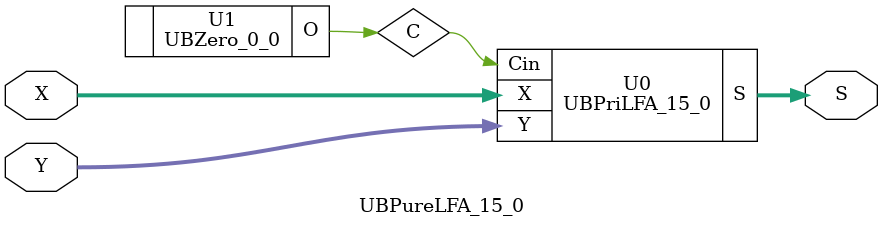
<source format=v>
/*----------------------------------------------------------------------------
  Copyright (c) 2021 Homma laboratory. All rights reserved.

  Top module: UBLFA_15_0_15_0

  Operand-1 length: 16
  Operand-2 length: 16
  Two-operand addition algorithm: Ladner-Fischer adder
----------------------------------------------------------------------------*/

module GPGenerator(Go, Po, A, B);
  output Go;
  output Po;
  input A;
  input B;
  assign Go = A & B;
  assign Po = A ^ B;
endmodule

module CarryOperator(Go, Po, Gi1, Pi1, Gi2, Pi2);
  output Go;
  output Po;
  input Gi1;
  input Gi2;
  input Pi1;
  input Pi2;
  assign Go = Gi1 | ( Gi2 & Pi1 );
  assign Po = Pi1 & Pi2;
endmodule

module UBPriLFA_15_0(S, X, Y, Cin);
  output [16:0] S;
  input Cin;
  input [15:0] X;
  input [15:0] Y;
  wire [15:0] G0;
  wire [15:0] G1;
  wire [15:0] G2;
  wire [15:0] G3;
  wire [15:0] G4;
  wire [15:0] P0;
  wire [15:0] P1;
  wire [15:0] P2;
  wire [15:0] P3;
  wire [15:0] P4;
  assign P1[0] = P0[0];
  assign G1[0] = G0[0];
  assign P1[2] = P0[2];
  assign G1[2] = G0[2];
  assign P1[4] = P0[4];
  assign G1[4] = G0[4];
  assign P1[6] = P0[6];
  assign G1[6] = G0[6];
  assign P1[8] = P0[8];
  assign G1[8] = G0[8];
  assign P1[10] = P0[10];
  assign G1[10] = G0[10];
  assign P1[12] = P0[12];
  assign G1[12] = G0[12];
  assign P1[14] = P0[14];
  assign G1[14] = G0[14];
  assign P2[0] = P1[0];
  assign G2[0] = G1[0];
  assign P2[1] = P1[1];
  assign G2[1] = G1[1];
  assign P2[4] = P1[4];
  assign G2[4] = G1[4];
  assign P2[5] = P1[5];
  assign G2[5] = G1[5];
  assign P2[8] = P1[8];
  assign G2[8] = G1[8];
  assign P2[9] = P1[9];
  assign G2[9] = G1[9];
  assign P2[12] = P1[12];
  assign G2[12] = G1[12];
  assign P2[13] = P1[13];
  assign G2[13] = G1[13];
  assign P3[0] = P2[0];
  assign G3[0] = G2[0];
  assign P3[1] = P2[1];
  assign G3[1] = G2[1];
  assign P3[2] = P2[2];
  assign G3[2] = G2[2];
  assign P3[3] = P2[3];
  assign G3[3] = G2[3];
  assign P3[8] = P2[8];
  assign G3[8] = G2[8];
  assign P3[9] = P2[9];
  assign G3[9] = G2[9];
  assign P3[10] = P2[10];
  assign G3[10] = G2[10];
  assign P3[11] = P2[11];
  assign G3[11] = G2[11];
  assign P4[0] = P3[0];
  assign G4[0] = G3[0];
  assign P4[1] = P3[1];
  assign G4[1] = G3[1];
  assign P4[2] = P3[2];
  assign G4[2] = G3[2];
  assign P4[3] = P3[3];
  assign G4[3] = G3[3];
  assign P4[4] = P3[4];
  assign G4[4] = G3[4];
  assign P4[5] = P3[5];
  assign G4[5] = G3[5];
  assign P4[6] = P3[6];
  assign G4[6] = G3[6];
  assign P4[7] = P3[7];
  assign G4[7] = G3[7];
  assign S[0] = Cin ^ P0[0];
  assign S[1] = ( G4[0] | ( P4[0] & Cin ) ) ^ P0[1];
  assign S[2] = ( G4[1] | ( P4[1] & Cin ) ) ^ P0[2];
  assign S[3] = ( G4[2] | ( P4[2] & Cin ) ) ^ P0[3];
  assign S[4] = ( G4[3] | ( P4[3] & Cin ) ) ^ P0[4];
  assign S[5] = ( G4[4] | ( P4[4] & Cin ) ) ^ P0[5];
  assign S[6] = ( G4[5] | ( P4[5] & Cin ) ) ^ P0[6];
  assign S[7] = ( G4[6] | ( P4[6] & Cin ) ) ^ P0[7];
  assign S[8] = ( G4[7] | ( P4[7] & Cin ) ) ^ P0[8];
  assign S[9] = ( G4[8] | ( P4[8] & Cin ) ) ^ P0[9];
  assign S[10] = ( G4[9] | ( P4[9] & Cin ) ) ^ P0[10];
  assign S[11] = ( G4[10] | ( P4[10] & Cin ) ) ^ P0[11];
  assign S[12] = ( G4[11] | ( P4[11] & Cin ) ) ^ P0[12];
  assign S[13] = ( G4[12] | ( P4[12] & Cin ) ) ^ P0[13];
  assign S[14] = ( G4[13] | ( P4[13] & Cin ) ) ^ P0[14];
  assign S[15] = ( G4[14] | ( P4[14] & Cin ) ) ^ P0[15];
  assign S[16] = G4[15] | ( P4[15] & Cin );
  GPGenerator U0 (G0[0], P0[0], X[0], Y[0]);
  GPGenerator U1 (G0[1], P0[1], X[1], Y[1]);
  GPGenerator U2 (G0[2], P0[2], X[2], Y[2]);
  GPGenerator U3 (G0[3], P0[3], X[3], Y[3]);
  GPGenerator U4 (G0[4], P0[4], X[4], Y[4]);
  GPGenerator U5 (G0[5], P0[5], X[5], Y[5]);
  GPGenerator U6 (G0[6], P0[6], X[6], Y[6]);
  GPGenerator U7 (G0[7], P0[7], X[7], Y[7]);
  GPGenerator U8 (G0[8], P0[8], X[8], Y[8]);
  GPGenerator U9 (G0[9], P0[9], X[9], Y[9]);
  GPGenerator U10 (G0[10], P0[10], X[10], Y[10]);
  GPGenerator U11 (G0[11], P0[11], X[11], Y[11]);
  GPGenerator U12 (G0[12], P0[12], X[12], Y[12]);
  GPGenerator U13 (G0[13], P0[13], X[13], Y[13]);
  GPGenerator U14 (G0[14], P0[14], X[14], Y[14]);
  GPGenerator U15 (G0[15], P0[15], X[15], Y[15]);
  CarryOperator U16 (G1[1], P1[1], G0[1], P0[1], G0[0], P0[0]);
  CarryOperator U17 (G1[3], P1[3], G0[3], P0[3], G0[2], P0[2]);
  CarryOperator U18 (G1[5], P1[5], G0[5], P0[5], G0[4], P0[4]);
  CarryOperator U19 (G1[7], P1[7], G0[7], P0[7], G0[6], P0[6]);
  CarryOperator U20 (G1[9], P1[9], G0[9], P0[9], G0[8], P0[8]);
  CarryOperator U21 (G1[11], P1[11], G0[11], P0[11], G0[10], P0[10]);
  CarryOperator U22 (G1[13], P1[13], G0[13], P0[13], G0[12], P0[12]);
  CarryOperator U23 (G1[15], P1[15], G0[15], P0[15], G0[14], P0[14]);
  CarryOperator U24 (G2[2], P2[2], G1[2], P1[2], G1[1], P1[1]);
  CarryOperator U25 (G2[3], P2[3], G1[3], P1[3], G1[1], P1[1]);
  CarryOperator U26 (G2[6], P2[6], G1[6], P1[6], G1[5], P1[5]);
  CarryOperator U27 (G2[7], P2[7], G1[7], P1[7], G1[5], P1[5]);
  CarryOperator U28 (G2[10], P2[10], G1[10], P1[10], G1[9], P1[9]);
  CarryOperator U29 (G2[11], P2[11], G1[11], P1[11], G1[9], P1[9]);
  CarryOperator U30 (G2[14], P2[14], G1[14], P1[14], G1[13], P1[13]);
  CarryOperator U31 (G2[15], P2[15], G1[15], P1[15], G1[13], P1[13]);
  CarryOperator U32 (G3[4], P3[4], G2[4], P2[4], G2[3], P2[3]);
  CarryOperator U33 (G3[5], P3[5], G2[5], P2[5], G2[3], P2[3]);
  CarryOperator U34 (G3[6], P3[6], G2[6], P2[6], G2[3], P2[3]);
  CarryOperator U35 (G3[7], P3[7], G2[7], P2[7], G2[3], P2[3]);
  CarryOperator U36 (G3[12], P3[12], G2[12], P2[12], G2[11], P2[11]);
  CarryOperator U37 (G3[13], P3[13], G2[13], P2[13], G2[11], P2[11]);
  CarryOperator U38 (G3[14], P3[14], G2[14], P2[14], G2[11], P2[11]);
  CarryOperator U39 (G3[15], P3[15], G2[15], P2[15], G2[11], P2[11]);
  CarryOperator U40 (G4[8], P4[8], G3[8], P3[8], G3[7], P3[7]);
  CarryOperator U41 (G4[9], P4[9], G3[9], P3[9], G3[7], P3[7]);
  CarryOperator U42 (G4[10], P4[10], G3[10], P3[10], G3[7], P3[7]);
  CarryOperator U43 (G4[11], P4[11], G3[11], P3[11], G3[7], P3[7]);
  CarryOperator U44 (G4[12], P4[12], G3[12], P3[12], G3[7], P3[7]);
  CarryOperator U45 (G4[13], P4[13], G3[13], P3[13], G3[7], P3[7]);
  CarryOperator U46 (G4[14], P4[14], G3[14], P3[14], G3[7], P3[7]);
  CarryOperator U47 (G4[15], P4[15], G3[15], P3[15], G3[7], P3[7]);
endmodule

module UBZero_0_0(O);
  output [0:0] O;
  assign O[0] = 0;
endmodule

module UBLFA_15_0_15_0 (S, X, Y);
  output [16:0] S;
  input [15:0] X;
  input [15:0] Y;
  UBPureLFA_15_0 U0 (S[16:0], X[15:0], Y[15:0]);
endmodule

module UBPureLFA_15_0 (S, X, Y);
  output [16:0] S;
  input [15:0] X;
  input [15:0] Y;
  wire C;
  UBPriLFA_15_0 U0 (S, X, Y, C);
  UBZero_0_0 U1 (C);
endmodule


</source>
